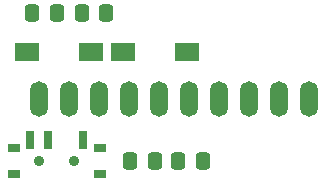
<source format=gbr>
%TF.GenerationSoftware,KiCad,Pcbnew,7.0.2-1.fc38*%
%TF.CreationDate,2023-05-30T15:06:56+02:00*%
%TF.ProjectId,marauder_mini_pcb,6d617261-7564-4657-925f-6d696e695f70,rev?*%
%TF.SameCoordinates,Original*%
%TF.FileFunction,Soldermask,Bot*%
%TF.FilePolarity,Negative*%
%FSLAX46Y46*%
G04 Gerber Fmt 4.6, Leading zero omitted, Abs format (unit mm)*
G04 Created by KiCad (PCBNEW 7.0.2-1.fc38) date 2023-05-30 15:06:56*
%MOMM*%
%LPD*%
G01*
G04 APERTURE LIST*
G04 Aperture macros list*
%AMRoundRect*
0 Rectangle with rounded corners*
0 $1 Rounding radius*
0 $2 $3 $4 $5 $6 $7 $8 $9 X,Y pos of 4 corners*
0 Add a 4 corners polygon primitive as box body*
4,1,4,$2,$3,$4,$5,$6,$7,$8,$9,$2,$3,0*
0 Add four circle primitives for the rounded corners*
1,1,$1+$1,$2,$3*
1,1,$1+$1,$4,$5*
1,1,$1+$1,$6,$7*
1,1,$1+$1,$8,$9*
0 Add four rect primitives between the rounded corners*
20,1,$1+$1,$2,$3,$4,$5,0*
20,1,$1+$1,$4,$5,$6,$7,0*
20,1,$1+$1,$6,$7,$8,$9,0*
20,1,$1+$1,$8,$9,$2,$3,0*%
G04 Aperture macros list end*
%ADD10O,1.500000X3.000000*%
%ADD11R,2.000000X1.600000*%
%ADD12RoundRect,0.250000X0.337500X0.475000X-0.337500X0.475000X-0.337500X-0.475000X0.337500X-0.475000X0*%
%ADD13R,1.000000X0.800000*%
%ADD14C,0.900000*%
%ADD15R,0.700000X1.500000*%
%ADD16RoundRect,0.250000X-0.337500X-0.475000X0.337500X-0.475000X0.337500X0.475000X-0.337500X0.475000X0*%
G04 APERTURE END LIST*
D10*
%TO.C,J1*%
X76560000Y-62400000D03*
X74020000Y-62400000D03*
X71480000Y-62400000D03*
X68940000Y-62400000D03*
X66400000Y-62400000D03*
X63860000Y-62400000D03*
X61320000Y-62400000D03*
X58780000Y-62400000D03*
X56240000Y-62400000D03*
X53700000Y-62400000D03*
%TD*%
D11*
%TO.C,SW3*%
X60800000Y-58400000D03*
X66200000Y-58400000D03*
%TD*%
D12*
%TO.C,LED*%
X67575000Y-67700000D03*
X65500000Y-67700000D03*
%TD*%
D11*
%TO.C,SW2*%
X52700000Y-58400000D03*
X58100000Y-58400000D03*
%TD*%
D12*
%TO.C,C1*%
X55200000Y-55100000D03*
X53125000Y-55100000D03*
%TD*%
D13*
%TO.C,SW1*%
X58850000Y-68760000D03*
X58850000Y-66550000D03*
D14*
X56700000Y-67660000D03*
X53700000Y-67660000D03*
D13*
X51550000Y-68760000D03*
X51550000Y-66550000D03*
D15*
X57450000Y-65900000D03*
X54450000Y-65900000D03*
X52950000Y-65900000D03*
%TD*%
D16*
%TO.C,C2*%
X57325000Y-55100000D03*
X59400000Y-55100000D03*
%TD*%
D12*
%TO.C,R1*%
X63500000Y-67700000D03*
X61425000Y-67700000D03*
%TD*%
M02*

</source>
